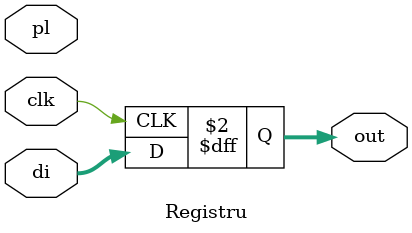
<source format=sv>
module Registru(input [31:0] di,
                input clk,pl,
                output reg [31:0] out);
  always @(posedge clk)
    out=di;
endmodule
</source>
